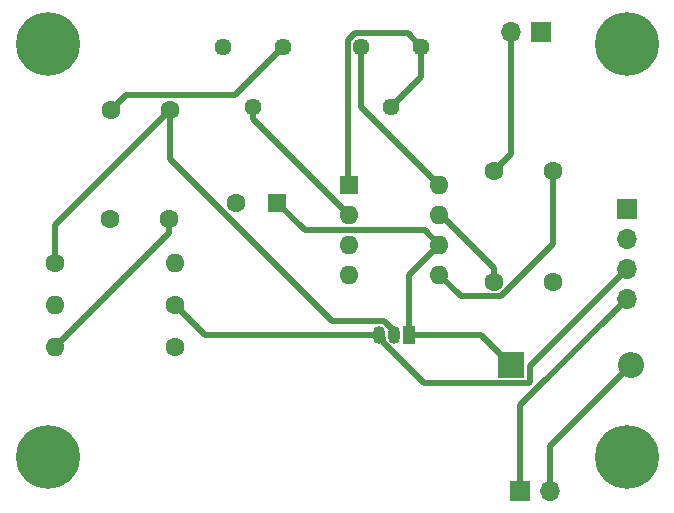
<source format=gbr>
G04 #@! TF.GenerationSoftware,KiCad,Pcbnew,(5.1.6)-1*
G04 #@! TF.CreationDate,2021-04-21T09:48:14-05:00*
G04 #@! TF.ProjectId,PortableAmp,506f7274-6162-46c6-9541-6d702e6b6963,rev?*
G04 #@! TF.SameCoordinates,Original*
G04 #@! TF.FileFunction,Copper,L1,Top*
G04 #@! TF.FilePolarity,Positive*
%FSLAX46Y46*%
G04 Gerber Fmt 4.6, Leading zero omitted, Abs format (unit mm)*
G04 Created by KiCad (PCBNEW (5.1.6)-1) date 2021-04-21 09:48:14*
%MOMM*%
%LPD*%
G01*
G04 APERTURE LIST*
G04 #@! TA.AperFunction,ComponentPad*
%ADD10R,1.600000X1.600000*%
G04 #@! TD*
G04 #@! TA.AperFunction,ComponentPad*
%ADD11C,1.600000*%
G04 #@! TD*
G04 #@! TA.AperFunction,ComponentPad*
%ADD12R,2.200000X2.200000*%
G04 #@! TD*
G04 #@! TA.AperFunction,ComponentPad*
%ADD13O,2.200000X2.200000*%
G04 #@! TD*
G04 #@! TA.AperFunction,ComponentPad*
%ADD14R,1.700000X1.700000*%
G04 #@! TD*
G04 #@! TA.AperFunction,ComponentPad*
%ADD15O,1.700000X1.700000*%
G04 #@! TD*
G04 #@! TA.AperFunction,ComponentPad*
%ADD16O,1.050000X1.500000*%
G04 #@! TD*
G04 #@! TA.AperFunction,ComponentPad*
%ADD17R,1.050000X1.500000*%
G04 #@! TD*
G04 #@! TA.AperFunction,ComponentPad*
%ADD18O,1.600000X1.600000*%
G04 #@! TD*
G04 #@! TA.AperFunction,ComponentPad*
%ADD19C,1.440000*%
G04 #@! TD*
G04 #@! TA.AperFunction,ComponentPad*
%ADD20C,5.400000*%
G04 #@! TD*
G04 #@! TA.AperFunction,Conductor*
%ADD21C,0.500000*%
G04 #@! TD*
G04 APERTURE END LIST*
D10*
G04 #@! TO.P,C1,1*
G04 #@! TO.N,Net-(C1-Pad1)*
X122428000Y-93472000D03*
D11*
G04 #@! TO.P,C1,2*
G04 #@! TO.N,GND*
X118928000Y-93472000D03*
G04 #@! TD*
G04 #@! TO.P,C2,1*
G04 #@! TO.N,Net-(C2-Pad1)*
X113347500Y-85617000D03*
G04 #@! TO.P,C2,2*
G04 #@! TO.N,Net-(C2-Pad2)*
X108347500Y-85617000D03*
G04 #@! TD*
G04 #@! TO.P,C3,2*
G04 #@! TO.N,Net-(C3-Pad2)*
X140796000Y-100158500D03*
G04 #@! TO.P,C3,1*
G04 #@! TO.N,GND*
X145796000Y-100158500D03*
G04 #@! TD*
G04 #@! TO.P,C4,1*
G04 #@! TO.N,Net-(C4-Pad1)*
X113284000Y-94888000D03*
G04 #@! TO.P,C4,2*
G04 #@! TO.N,GND*
X108284000Y-94888000D03*
G04 #@! TD*
G04 #@! TO.P,C5,2*
G04 #@! TO.N,Net-(C5-Pad2)*
X140796000Y-90824000D03*
G04 #@! TO.P,C5,1*
G04 #@! TO.N,Net-(C5-Pad1)*
X145796000Y-90824000D03*
G04 #@! TD*
D12*
G04 #@! TO.P,D1,1*
G04 #@! TO.N,Net-(C1-Pad1)*
X142240000Y-107188000D03*
D13*
G04 #@! TO.P,D1,2*
G04 #@! TO.N,Net-(D1-Pad2)*
X152400000Y-107188000D03*
G04 #@! TD*
D14*
G04 #@! TO.P,J1,1*
G04 #@! TO.N,GND*
X152000000Y-93980000D03*
D15*
G04 #@! TO.P,J1,2*
X152000000Y-96520000D03*
G04 #@! TO.P,J1,3*
G04 #@! TO.N,Input*
X152000000Y-99060000D03*
G04 #@! TO.P,J1,4*
G04 #@! TO.N,9V*
X152000000Y-101600000D03*
G04 #@! TD*
D14*
G04 #@! TO.P,J2,1*
G04 #@! TO.N,GND*
X144780000Y-79000000D03*
D15*
G04 #@! TO.P,J2,2*
G04 #@! TO.N,Net-(C5-Pad2)*
X142240000Y-79000000D03*
G04 #@! TD*
D16*
G04 #@! TO.P,Q1,2*
G04 #@! TO.N,Net-(C2-Pad1)*
X132334000Y-104648000D03*
G04 #@! TO.P,Q1,3*
G04 #@! TO.N,Input*
X131064000Y-104648000D03*
D17*
G04 #@! TO.P,Q1,1*
G04 #@! TO.N,Net-(C1-Pad1)*
X133604000Y-104648000D03*
G04 #@! TD*
D18*
G04 #@! TO.P,R1,2*
G04 #@! TO.N,GND*
X103632000Y-102108000D03*
D11*
G04 #@! TO.P,R1,1*
G04 #@! TO.N,Input*
X113792000Y-102108000D03*
G04 #@! TD*
G04 #@! TO.P,R2,1*
G04 #@! TO.N,Net-(C2-Pad1)*
X103632000Y-98552000D03*
D18*
G04 #@! TO.P,R2,2*
G04 #@! TO.N,GND*
X113792000Y-98552000D03*
G04 #@! TD*
D11*
G04 #@! TO.P,R3,1*
G04 #@! TO.N,Net-(C5-Pad1)*
X113792000Y-105664000D03*
D18*
G04 #@! TO.P,R3,2*
G04 #@! TO.N,Net-(C4-Pad1)*
X103632000Y-105664000D03*
G04 #@! TD*
D19*
G04 #@! TO.P,RV1,3*
G04 #@! TO.N,Net-(C2-Pad2)*
X122936000Y-80264000D03*
G04 #@! TO.P,RV1,2*
G04 #@! TO.N,Net-(RV1-Pad2)*
X120396000Y-85344000D03*
G04 #@! TO.P,RV1,1*
G04 #@! TO.N,GND*
X117856000Y-80264000D03*
G04 #@! TD*
G04 #@! TO.P,RV2,1*
G04 #@! TO.N,Net-(RV2-Pad1)*
X129540000Y-80264000D03*
G04 #@! TO.P,RV2,2*
G04 #@! TO.N,Net-(RV2-Pad2)*
X132080000Y-85344000D03*
G04 #@! TO.P,RV2,3*
X134620000Y-80264000D03*
G04 #@! TD*
D10*
G04 #@! TO.P,U1,1*
G04 #@! TO.N,Net-(RV2-Pad2)*
X128524000Y-91948000D03*
D18*
G04 #@! TO.P,U1,5*
G04 #@! TO.N,Net-(C5-Pad1)*
X136144000Y-99568000D03*
G04 #@! TO.P,U1,2*
G04 #@! TO.N,Net-(RV1-Pad2)*
X128524000Y-94488000D03*
G04 #@! TO.P,U1,6*
G04 #@! TO.N,Net-(C1-Pad1)*
X136144000Y-97028000D03*
G04 #@! TO.P,U1,3*
G04 #@! TO.N,GND*
X128524000Y-97028000D03*
G04 #@! TO.P,U1,7*
G04 #@! TO.N,Net-(C3-Pad2)*
X136144000Y-94488000D03*
G04 #@! TO.P,U1,4*
G04 #@! TO.N,GND*
X128524000Y-99568000D03*
G04 #@! TO.P,U1,8*
G04 #@! TO.N,Net-(RV2-Pad1)*
X136144000Y-91948000D03*
G04 #@! TD*
D20*
G04 #@! TO.P,H1,1*
G04 #@! TO.N,GND*
X103000000Y-80000000D03*
G04 #@! TD*
G04 #@! TO.P,H2,1*
G04 #@! TO.N,GND*
X103000000Y-115000000D03*
G04 #@! TD*
G04 #@! TO.P,H3,1*
G04 #@! TO.N,GND*
X152000000Y-80000000D03*
G04 #@! TD*
G04 #@! TO.P,H4,1*
G04 #@! TO.N,GND*
X152000000Y-115000000D03*
G04 #@! TD*
D14*
G04 #@! TO.P,SW1,1*
G04 #@! TO.N,9V*
X143002000Y-117856000D03*
D15*
G04 #@! TO.P,SW1,2*
G04 #@! TO.N,Net-(D1-Pad2)*
X145542000Y-117856000D03*
G04 #@! TD*
D21*
G04 #@! TO.N,Net-(C1-Pad1)*
X139700000Y-104648000D02*
X142240000Y-107188000D01*
X133604000Y-104648000D02*
X139700000Y-104648000D01*
X133604000Y-99568000D02*
X133604000Y-104648000D01*
X136144000Y-97028000D02*
X133604000Y-99568000D01*
X134893999Y-95777999D02*
X136144000Y-97028000D01*
X124733999Y-95777999D02*
X134893999Y-95777999D01*
X122428000Y-93472000D02*
X124733999Y-95777999D01*
G04 #@! TO.N,Net-(C2-Pad1)*
X103632000Y-95332500D02*
X113347500Y-85617000D01*
X103632000Y-98552000D02*
X103632000Y-95332500D01*
X113347500Y-89741502D02*
X113347500Y-85617000D01*
X131467862Y-103447990D02*
X127053988Y-103447990D01*
X132334000Y-104314128D02*
X131467862Y-103447990D01*
X127053988Y-103447990D02*
X113347500Y-89741502D01*
X132334000Y-104648000D02*
X132334000Y-104314128D01*
G04 #@! TO.N,Net-(C2-Pad2)*
X109597501Y-84366999D02*
X118833001Y-84366999D01*
X118833001Y-84366999D02*
X122936000Y-80264000D01*
X108347500Y-85617000D02*
X109597501Y-84366999D01*
G04 #@! TO.N,Net-(C3-Pad2)*
X136256870Y-94488000D02*
X136144000Y-94488000D01*
X140796000Y-99027130D02*
X136256870Y-94488000D01*
X140796000Y-100158500D02*
X140796000Y-99027130D01*
G04 #@! TO.N,Net-(C4-Pad1)*
X113284000Y-96012000D02*
X113284000Y-94888000D01*
X103632000Y-105664000D02*
X113284000Y-96012000D01*
G04 #@! TO.N,Net-(C5-Pad2)*
X142240000Y-89380000D02*
X140796000Y-90824000D01*
X142240000Y-79000000D02*
X142240000Y-89380000D01*
G04 #@! TO.N,Net-(C5-Pad1)*
X137984501Y-101408501D02*
X136144000Y-99568000D01*
X141396001Y-101408501D02*
X137984501Y-101408501D01*
X145796000Y-97008502D02*
X141396001Y-101408501D01*
X145796000Y-90824000D02*
X145796000Y-97008502D01*
G04 #@! TO.N,9V*
X143002000Y-110598000D02*
X152000000Y-101600000D01*
X143002000Y-117856000D02*
X143002000Y-110598000D01*
G04 #@! TO.N,Input*
X116332000Y-104648000D02*
X113792000Y-102108000D01*
X131064000Y-104648000D02*
X116332000Y-104648000D01*
X131358990Y-104942990D02*
X131064000Y-104648000D01*
X131358990Y-105276862D02*
X131358990Y-104942990D01*
X143790001Y-107269999D02*
X143790001Y-108648001D01*
X152000000Y-99060000D02*
X143790001Y-107269999D01*
X143700001Y-108738001D02*
X134820129Y-108738001D01*
X143790001Y-108648001D02*
X143700001Y-108738001D01*
X134820129Y-108738001D02*
X131358990Y-105276862D01*
G04 #@! TO.N,Net-(RV1-Pad2)*
X120396000Y-86360000D02*
X120396000Y-85344000D01*
X128524000Y-94488000D02*
X120396000Y-86360000D01*
G04 #@! TO.N,Net-(RV2-Pad1)*
X129540000Y-85344000D02*
X129540000Y-80264000D01*
X136144000Y-91948000D02*
X129540000Y-85344000D01*
G04 #@! TO.N,Net-(RV2-Pad2)*
X133449999Y-79093999D02*
X134620000Y-80264000D01*
X128978399Y-79093999D02*
X133449999Y-79093999D01*
X128369999Y-79702399D02*
X128978399Y-79093999D01*
X128369999Y-91793999D02*
X128369999Y-79702399D01*
X128524000Y-91948000D02*
X128369999Y-91793999D01*
X134620000Y-82804000D02*
X132080000Y-85344000D01*
X134620000Y-80264000D02*
X134620000Y-82804000D01*
G04 #@! TO.N,Net-(D1-Pad2)*
X145542000Y-114046000D02*
X145542000Y-117856000D01*
X152400000Y-107188000D02*
X145542000Y-114046000D01*
G04 #@! TD*
M02*

</source>
